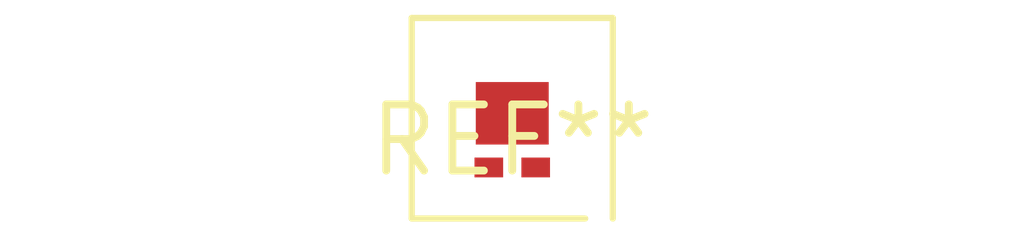
<source format=kicad_pcb>
(kicad_pcb (version 20240108) (generator pcbnew)
  (layers (0 "F.Cu" signal) (31 "B.Cu" signal) (34 "B.Paste" user) (35 "F.Paste" user) (36 "B.SilkS" user "B.Silkscreen") (37 "F.SilkS" user "F.Silkscreen") (38 "B.Mask" user) (39 "F.Mask" user) (44 "Edge.Cuts" user))
  (net 0 "")
  (footprint "LED-L1T2_LUMILEDS" (layer "F.Cu") (at 0 0)
    (property "Reference" "REF**")
    (property "Value" "LED-L1T2_LUMILEDS")
    (fp_line (start -1.93 -2.35) (end 1.93 -2.35) (layer "F.SilkS") (stroke (width 0.12)))
    (fp_line (start -1.93 1.5) (end -1.93 -2.35) (layer "F.SilkS") (stroke (width 0.12)))
    (fp_line (start 1.4 1.5) (end -1.93 1.5) (layer "F.SilkS") (stroke (width 0.12)))
    (fp_line (start 1.93 -2.35) (end 1.93 1.5) (layer "F.SilkS") (stroke (width 0.12)))
    (pad "1" smd rect (at 0.45 0.52) (size 0.55 0.38) (layers "F.Cu" "F.Paste" "F.Mask"))
    (pad "2" smd rect (at -0.45 0.52) (size 0.55 0.38) (layers "F.Cu" "F.Paste" "F.Mask"))
    (pad "3" smd rect (at 0 -0.52) (size 1.4 1.2) (layers "F.Cu" "F.Paste" "F.Mask"))
  )
)
</source>
